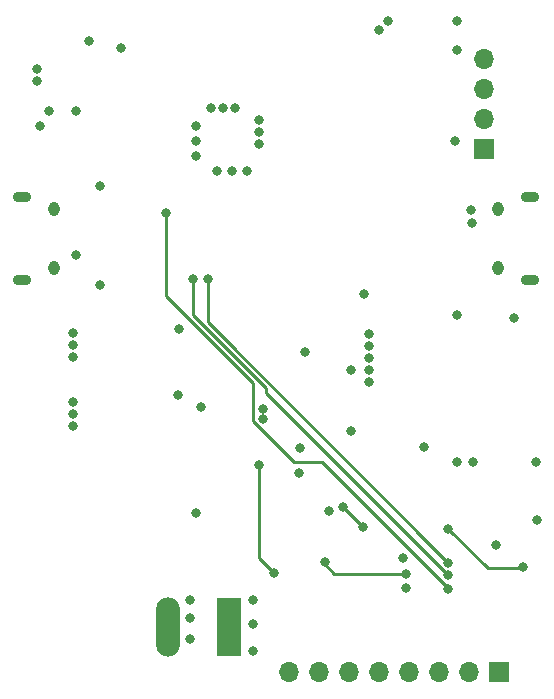
<source format=gbr>
%TF.GenerationSoftware,KiCad,Pcbnew,6.0.9+dfsg-1~bpo11+1*%
%TF.CreationDate,2022-12-22T20:36:38-06:00*%
%TF.ProjectId,CAE32_PCB,43414533-325f-4504-9342-2e6b69636164,rev?*%
%TF.SameCoordinates,Original*%
%TF.FileFunction,Copper,L4,Bot*%
%TF.FilePolarity,Positive*%
%FSLAX46Y46*%
G04 Gerber Fmt 4.6, Leading zero omitted, Abs format (unit mm)*
G04 Created by KiCad (PCBNEW 6.0.9+dfsg-1~bpo11+1) date 2022-12-22 20:36:38*
%MOMM*%
%LPD*%
G01*
G04 APERTURE LIST*
%TA.AperFunction,ComponentPad*%
%ADD10O,1.550000X0.890000*%
%TD*%
%TA.AperFunction,ComponentPad*%
%ADD11O,0.950000X1.250000*%
%TD*%
%TA.AperFunction,ComponentPad*%
%ADD12R,2.020000X5.020000*%
%TD*%
%TA.AperFunction,ComponentPad*%
%ADD13O,2.020000X5.020000*%
%TD*%
%TA.AperFunction,ComponentPad*%
%ADD14R,1.700000X1.700000*%
%TD*%
%TA.AperFunction,ComponentPad*%
%ADD15O,1.700000X1.700000*%
%TD*%
%TA.AperFunction,ViaPad*%
%ADD16C,0.800000*%
%TD*%
%TA.AperFunction,Conductor*%
%ADD17C,0.250000*%
%TD*%
G04 APERTURE END LIST*
D10*
%TO.P,J4,6,Shield*%
%TO.N,unconnected-(J4-Pad6)*%
X171049000Y-111450000D03*
D11*
X168349000Y-117450000D03*
X168349000Y-112450000D03*
D10*
X171049000Y-118450000D03*
%TD*%
D12*
%TO.P,J5,1*%
%TO.N,+3.3V*%
X145536000Y-147828000D03*
D13*
%TO.P,J5,2*%
%TO.N,GNDREF*%
X140356000Y-147828000D03*
%TD*%
D10*
%TO.P,J1,6,Shield*%
%TO.N,unconnected-(J1-Pad6)*%
X128060000Y-118450000D03*
X128060000Y-111450000D03*
D11*
X130760000Y-112450000D03*
X130760000Y-117450000D03*
%TD*%
D14*
%TO.P,J3,1,Pin_1*%
%TO.N,Net-(J3-Pad1)*%
X168387000Y-151663000D03*
D15*
%TO.P,J3,2,Pin_2*%
%TO.N,Net-(J3-Pad2)*%
X165847000Y-151663000D03*
%TO.P,J3,3,Pin_3*%
%TO.N,Net-(J3-Pad3)*%
X163307000Y-151663000D03*
%TO.P,J3,4,Pin_4*%
%TO.N,Net-(J3-Pad4)*%
X160767000Y-151663000D03*
%TO.P,J3,5,Pin_5*%
%TO.N,Net-(J3-Pad5)*%
X158227000Y-151663000D03*
%TO.P,J3,6,Pin_6*%
%TO.N,Net-(J3-Pad6)*%
X155687000Y-151663000D03*
%TO.P,J3,7,Pin_7*%
%TO.N,Net-(J3-Pad7)*%
X153147000Y-151663000D03*
%TO.P,J3,8,Pin_8*%
%TO.N,Net-(J3-Pad8)*%
X150607000Y-151663000D03*
%TD*%
D14*
%TO.P,J2,1*%
%TO.N,+3.3V*%
X167150000Y-107375000D03*
D15*
%TO.P,J2,2*%
%TO.N,/TX0*%
X167150000Y-104835000D03*
%TO.P,J2,3*%
%TO.N,/RX0*%
X167150000Y-102295000D03*
%TO.P,J2,4*%
%TO.N,GNDREF*%
X167150000Y-99755000D03*
%TD*%
D16*
%TO.N,+5V*%
X148082000Y-134112000D03*
X149352000Y-143256000D03*
%TO.N,+3.3V*%
X168148000Y-140919200D03*
X151468600Y-134799000D03*
X132334000Y-122936000D03*
X164846000Y-121412000D03*
X164700000Y-106675000D03*
X132334000Y-124968000D03*
X147574000Y-149860000D03*
X151976000Y-124517000D03*
X164846000Y-133858000D03*
X147574000Y-145542000D03*
X132334000Y-123952000D03*
X151595000Y-132645000D03*
X157450000Y-127050000D03*
X166243000Y-133858000D03*
X129286000Y-101600000D03*
X129286000Y-100584000D03*
X157450000Y-126037500D03*
X160274000Y-141986000D03*
X147574000Y-147574000D03*
%TO.N,-3V3*%
X160575000Y-143300000D03*
X153670000Y-142325000D03*
%TO.N,Net-(J3-Pad1)*%
X170434000Y-142748000D03*
X164125000Y-139500000D03*
%TO.N,/S2*%
X164100000Y-144575000D03*
X140208000Y-112776000D03*
%TO.N,/S1*%
X142494000Y-118364000D03*
X164075000Y-143425000D03*
%TO.N,/S0*%
X143764000Y-118364000D03*
X164100000Y-142375000D03*
%TO.N,Net-(U2-Pad3)*%
X155194000Y-137668000D03*
X156900000Y-139325000D03*
%TO.N,GNDREF*%
X142748000Y-107950000D03*
X132588000Y-104140000D03*
X171602400Y-138785600D03*
X162052000Y-132588000D03*
X132334000Y-130810000D03*
X134620000Y-118872000D03*
X148082000Y-105918000D03*
X166098500Y-113600000D03*
X141300000Y-122625000D03*
X157450000Y-123000000D03*
X146050000Y-103886000D03*
X148420000Y-130232000D03*
X169672000Y-121666000D03*
X157450000Y-125025000D03*
X129540000Y-105410000D03*
X147066000Y-109220000D03*
X166073500Y-112500000D03*
X132334000Y-129794000D03*
X157450000Y-124012500D03*
X142240000Y-148844000D03*
X132588000Y-116332000D03*
X155913000Y-126041000D03*
X145796000Y-109220000D03*
X143213000Y-129216000D03*
X142240000Y-147066000D03*
X148420000Y-129343000D03*
X134620000Y-110490000D03*
X142748000Y-105410000D03*
X158975000Y-96500000D03*
X133675000Y-98250000D03*
X160550000Y-144525000D03*
X142756400Y-138202600D03*
X148082000Y-106934000D03*
X144526000Y-109220000D03*
X136398000Y-98806000D03*
X130302000Y-104140000D03*
X132334000Y-128778000D03*
X171551600Y-133858000D03*
X156972000Y-119634000D03*
X142240000Y-145542000D03*
X164850000Y-96550000D03*
X144018000Y-103886000D03*
X148082000Y-104902000D03*
X154059400Y-137999400D03*
X142748000Y-106680000D03*
X158242000Y-97282000D03*
X164850000Y-98950000D03*
X145034000Y-103886000D03*
X155913000Y-131248000D03*
X141200000Y-128225000D03*
%TD*%
D17*
%TO.N,+5V*%
X148082000Y-141986000D02*
X148082000Y-134112000D01*
X149352000Y-143256000D02*
X148082000Y-141986000D01*
%TO.N,-3V3*%
X153670000Y-142494000D02*
X154476000Y-143300000D01*
X153670000Y-142325000D02*
X153670000Y-142494000D01*
X154476000Y-143300000D02*
X160575000Y-143300000D01*
%TO.N,Net-(J3-Pad1)*%
X170350000Y-142850000D02*
X167475000Y-142850000D01*
X167475000Y-142850000D02*
X164125000Y-139500000D01*
%TO.N,/S2*%
X140208000Y-119762396D02*
X147574000Y-127128396D01*
X147574000Y-127128396D02*
X147574000Y-130411305D01*
X153416000Y-133858000D02*
X164100000Y-144542000D01*
X164100000Y-144542000D02*
X164100000Y-144575000D01*
X147574000Y-130411305D02*
X151020695Y-133858000D01*
X151020695Y-133858000D02*
X153416000Y-133858000D01*
X140208000Y-112776000D02*
X140208000Y-119762396D01*
%TO.N,/S1*%
X164075000Y-143425000D02*
X148666000Y-128016000D01*
X142494000Y-121412000D02*
X142494000Y-118364000D01*
X148666000Y-128016000D02*
X148666000Y-127584000D01*
X148666000Y-127584000D02*
X142494000Y-121412000D01*
%TO.N,/S0*%
X164100000Y-142375000D02*
X143764000Y-122039000D01*
X143764000Y-122039000D02*
X143764000Y-118364000D01*
%TO.N,Net-(U2-Pad3)*%
X155300000Y-137725000D02*
X156900000Y-139325000D01*
%TD*%
M02*

</source>
